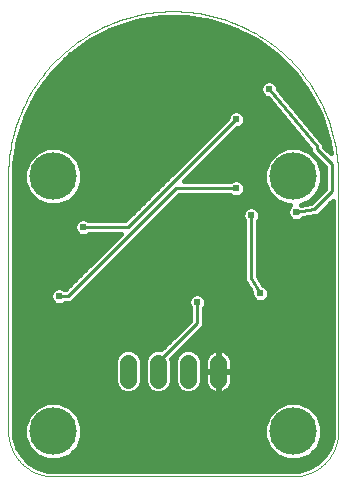
<source format=gbl>
G75*
%MOIN*%
%OFA0B0*%
%FSLAX25Y25*%
%IPPOS*%
%LPD*%
%AMOC8*
5,1,8,0,0,1.08239X$1,22.5*
%
%ADD10C,0.00000*%
%ADD11C,0.05543*%
%ADD12C,0.15811*%
%ADD13C,0.01600*%
%ADD14C,0.01000*%
%ADD15C,0.02400*%
D10*
X0006800Y0034006D02*
X0006800Y0119006D01*
X0006800Y0034006D02*
X0006804Y0033644D01*
X0006818Y0033281D01*
X0006839Y0032919D01*
X0006870Y0032558D01*
X0006909Y0032198D01*
X0006957Y0031839D01*
X0007014Y0031481D01*
X0007079Y0031124D01*
X0007153Y0030769D01*
X0007236Y0030416D01*
X0007327Y0030065D01*
X0007426Y0029717D01*
X0007534Y0029371D01*
X0007650Y0029027D01*
X0007775Y0028687D01*
X0007907Y0028350D01*
X0008048Y0028016D01*
X0008197Y0027685D01*
X0008354Y0027358D01*
X0008518Y0027035D01*
X0008690Y0026716D01*
X0008870Y0026402D01*
X0009058Y0026091D01*
X0009253Y0025786D01*
X0009455Y0025485D01*
X0009665Y0025189D01*
X0009881Y0024899D01*
X0010105Y0024613D01*
X0010335Y0024333D01*
X0010572Y0024059D01*
X0010816Y0023791D01*
X0011066Y0023528D01*
X0011322Y0023272D01*
X0011585Y0023022D01*
X0011853Y0022778D01*
X0012127Y0022541D01*
X0012407Y0022311D01*
X0012693Y0022087D01*
X0012983Y0021871D01*
X0013279Y0021661D01*
X0013580Y0021459D01*
X0013885Y0021264D01*
X0014196Y0021076D01*
X0014510Y0020896D01*
X0014829Y0020724D01*
X0015152Y0020560D01*
X0015479Y0020403D01*
X0015810Y0020254D01*
X0016144Y0020113D01*
X0016481Y0019981D01*
X0016821Y0019856D01*
X0017165Y0019740D01*
X0017511Y0019632D01*
X0017859Y0019533D01*
X0018210Y0019442D01*
X0018563Y0019359D01*
X0018918Y0019285D01*
X0019275Y0019220D01*
X0019633Y0019163D01*
X0019992Y0019115D01*
X0020352Y0019076D01*
X0020713Y0019045D01*
X0021075Y0019024D01*
X0021438Y0019010D01*
X0021800Y0019006D01*
X0101800Y0019006D01*
X0102162Y0019010D01*
X0102525Y0019024D01*
X0102887Y0019045D01*
X0103248Y0019076D01*
X0103608Y0019115D01*
X0103967Y0019163D01*
X0104325Y0019220D01*
X0104682Y0019285D01*
X0105037Y0019359D01*
X0105390Y0019442D01*
X0105741Y0019533D01*
X0106089Y0019632D01*
X0106435Y0019740D01*
X0106779Y0019856D01*
X0107119Y0019981D01*
X0107456Y0020113D01*
X0107790Y0020254D01*
X0108121Y0020403D01*
X0108448Y0020560D01*
X0108771Y0020724D01*
X0109090Y0020896D01*
X0109404Y0021076D01*
X0109715Y0021264D01*
X0110020Y0021459D01*
X0110321Y0021661D01*
X0110617Y0021871D01*
X0110907Y0022087D01*
X0111193Y0022311D01*
X0111473Y0022541D01*
X0111747Y0022778D01*
X0112015Y0023022D01*
X0112278Y0023272D01*
X0112534Y0023528D01*
X0112784Y0023791D01*
X0113028Y0024059D01*
X0113265Y0024333D01*
X0113495Y0024613D01*
X0113719Y0024899D01*
X0113935Y0025189D01*
X0114145Y0025485D01*
X0114347Y0025786D01*
X0114542Y0026091D01*
X0114730Y0026402D01*
X0114910Y0026716D01*
X0115082Y0027035D01*
X0115246Y0027358D01*
X0115403Y0027685D01*
X0115552Y0028016D01*
X0115693Y0028350D01*
X0115825Y0028687D01*
X0115950Y0029027D01*
X0116066Y0029371D01*
X0116174Y0029717D01*
X0116273Y0030065D01*
X0116364Y0030416D01*
X0116447Y0030769D01*
X0116521Y0031124D01*
X0116586Y0031481D01*
X0116643Y0031839D01*
X0116691Y0032198D01*
X0116730Y0032558D01*
X0116761Y0032919D01*
X0116782Y0033281D01*
X0116796Y0033644D01*
X0116800Y0034006D01*
X0116800Y0119006D01*
X0116784Y0120345D01*
X0116735Y0121684D01*
X0116653Y0123021D01*
X0116539Y0124355D01*
X0116393Y0125687D01*
X0116214Y0127014D01*
X0116003Y0128337D01*
X0115759Y0129654D01*
X0115484Y0130965D01*
X0115177Y0132268D01*
X0114838Y0133564D01*
X0114468Y0134851D01*
X0114067Y0136129D01*
X0113634Y0137397D01*
X0113171Y0138654D01*
X0112677Y0139899D01*
X0112153Y0141132D01*
X0111600Y0142351D01*
X0111016Y0143557D01*
X0110404Y0144748D01*
X0109763Y0145924D01*
X0109093Y0147084D01*
X0108395Y0148227D01*
X0107670Y0149353D01*
X0106917Y0150461D01*
X0106138Y0151551D01*
X0105332Y0152621D01*
X0104501Y0153671D01*
X0103644Y0154700D01*
X0102762Y0155709D01*
X0101857Y0156695D01*
X0100927Y0157659D01*
X0099974Y0158601D01*
X0098999Y0159519D01*
X0098001Y0160412D01*
X0096982Y0161282D01*
X0095942Y0162126D01*
X0094882Y0162944D01*
X0093802Y0163737D01*
X0092704Y0164503D01*
X0091586Y0165242D01*
X0090452Y0165954D01*
X0089300Y0166637D01*
X0088132Y0167293D01*
X0086948Y0167920D01*
X0085750Y0168518D01*
X0084537Y0169086D01*
X0083311Y0169625D01*
X0082072Y0170134D01*
X0080821Y0170612D01*
X0079558Y0171060D01*
X0078286Y0171477D01*
X0077003Y0171863D01*
X0075711Y0172218D01*
X0074411Y0172541D01*
X0073104Y0172832D01*
X0071790Y0173091D01*
X0070470Y0173318D01*
X0069145Y0173513D01*
X0067815Y0173676D01*
X0066482Y0173806D01*
X0065147Y0173904D01*
X0063809Y0173969D01*
X0062470Y0174002D01*
X0061130Y0174002D01*
X0059791Y0173969D01*
X0058453Y0173904D01*
X0057118Y0173806D01*
X0055785Y0173676D01*
X0054455Y0173513D01*
X0053130Y0173318D01*
X0051810Y0173091D01*
X0050496Y0172832D01*
X0049189Y0172541D01*
X0047889Y0172218D01*
X0046597Y0171863D01*
X0045314Y0171477D01*
X0044042Y0171060D01*
X0042779Y0170612D01*
X0041528Y0170134D01*
X0040289Y0169625D01*
X0039063Y0169086D01*
X0037850Y0168518D01*
X0036652Y0167920D01*
X0035468Y0167293D01*
X0034300Y0166637D01*
X0033148Y0165954D01*
X0032014Y0165242D01*
X0030896Y0164503D01*
X0029798Y0163737D01*
X0028718Y0162944D01*
X0027658Y0162126D01*
X0026618Y0161282D01*
X0025599Y0160412D01*
X0024601Y0159519D01*
X0023626Y0158601D01*
X0022673Y0157659D01*
X0021743Y0156695D01*
X0020838Y0155709D01*
X0019956Y0154700D01*
X0019099Y0153671D01*
X0018268Y0152621D01*
X0017462Y0151551D01*
X0016683Y0150461D01*
X0015930Y0149353D01*
X0015205Y0148227D01*
X0014507Y0147084D01*
X0013837Y0145924D01*
X0013196Y0144748D01*
X0012584Y0143557D01*
X0012000Y0142351D01*
X0011447Y0141132D01*
X0010923Y0139899D01*
X0010429Y0138654D01*
X0009966Y0137397D01*
X0009533Y0136129D01*
X0009132Y0134851D01*
X0008762Y0133564D01*
X0008423Y0132268D01*
X0008116Y0130965D01*
X0007841Y0129654D01*
X0007597Y0128337D01*
X0007386Y0127014D01*
X0007207Y0125687D01*
X0007061Y0124355D01*
X0006947Y0123021D01*
X0006865Y0121684D01*
X0006816Y0120345D01*
X0006800Y0119006D01*
D11*
X0046800Y0056778D02*
X0046800Y0051234D01*
X0056800Y0051234D02*
X0056800Y0056778D01*
X0066800Y0056778D02*
X0066800Y0051234D01*
X0076800Y0051234D02*
X0076800Y0056778D01*
D12*
X0101800Y0034006D03*
X0101800Y0119006D03*
X0021800Y0119006D03*
X0021800Y0034006D03*
D13*
X0013764Y0023534D02*
X0011328Y0025970D01*
X0009605Y0028954D01*
X0008713Y0032283D01*
X0008600Y0034006D01*
X0008600Y0119006D01*
X0008764Y0123180D01*
X0010070Y0131425D01*
X0012650Y0139365D01*
X0016440Y0146803D01*
X0021346Y0153557D01*
X0027249Y0159459D01*
X0034003Y0164366D01*
X0041441Y0168156D01*
X0049381Y0170736D01*
X0057626Y0172042D01*
X0065974Y0172042D01*
X0074219Y0170736D01*
X0082159Y0168156D01*
X0089597Y0164366D01*
X0096351Y0159459D01*
X0102254Y0153557D01*
X0107160Y0146803D01*
X0107160Y0146803D01*
X0110950Y0139365D01*
X0113530Y0131425D01*
X0114263Y0126795D01*
X0112104Y0128955D01*
X0112173Y0129759D01*
X0112100Y0129845D01*
X0112100Y0129959D01*
X0111496Y0130563D01*
X0096800Y0148014D01*
X0096800Y0148603D01*
X0096343Y0149705D01*
X0095499Y0150549D01*
X0094397Y0151006D01*
X0093203Y0151006D01*
X0092101Y0150549D01*
X0091257Y0149705D01*
X0090800Y0148603D01*
X0090800Y0147409D01*
X0091257Y0146307D01*
X0092101Y0145463D01*
X0093203Y0145006D01*
X0093319Y0145006D01*
X0107500Y0128166D01*
X0107500Y0127053D01*
X0108847Y0125706D01*
X0112500Y0122053D01*
X0112500Y0114959D01*
X0107695Y0110153D01*
X0104507Y0109622D01*
X0107298Y0110778D01*
X0110028Y0113508D01*
X0111505Y0117075D01*
X0111505Y0120936D01*
X0110028Y0124504D01*
X0107298Y0127234D01*
X0103731Y0128711D01*
X0099869Y0128711D01*
X0096302Y0127234D01*
X0093572Y0124504D01*
X0092094Y0120936D01*
X0092094Y0117075D01*
X0093572Y0113508D01*
X0096302Y0110778D01*
X0099869Y0109300D01*
X0100852Y0109300D01*
X0100257Y0108705D01*
X0099800Y0107603D01*
X0099800Y0106409D01*
X0100257Y0105307D01*
X0101101Y0104463D01*
X0102203Y0104006D01*
X0103397Y0104006D01*
X0104499Y0104463D01*
X0105093Y0105056D01*
X0108990Y0105706D01*
X0109753Y0105706D01*
X0109905Y0105858D01*
X0110118Y0105894D01*
X0110561Y0106514D01*
X0115000Y0110953D01*
X0115000Y0034006D01*
X0114887Y0032283D01*
X0113995Y0028954D01*
X0112272Y0025970D01*
X0109836Y0023534D01*
X0106851Y0021811D01*
X0103523Y0020919D01*
X0101800Y0020806D01*
X0021800Y0020806D01*
X0020077Y0020919D01*
X0016749Y0021811D01*
X0013764Y0023534D01*
X0013497Y0023801D02*
X0110103Y0023801D01*
X0111702Y0025400D02*
X0106385Y0025400D01*
X0107298Y0025778D02*
X0110028Y0028508D01*
X0111505Y0032075D01*
X0111505Y0035936D01*
X0110028Y0039504D01*
X0107298Y0042234D01*
X0103731Y0043711D01*
X0099869Y0043711D01*
X0096302Y0042234D01*
X0093572Y0039504D01*
X0092094Y0035936D01*
X0092094Y0032075D01*
X0093572Y0028508D01*
X0096302Y0025778D01*
X0099869Y0024300D01*
X0103731Y0024300D01*
X0107298Y0025778D01*
X0108518Y0026998D02*
X0112866Y0026998D01*
X0113789Y0028597D02*
X0110065Y0028597D01*
X0110727Y0030195D02*
X0114328Y0030195D01*
X0114756Y0031794D02*
X0111389Y0031794D01*
X0111505Y0033393D02*
X0114960Y0033393D01*
X0115000Y0034991D02*
X0111505Y0034991D01*
X0111235Y0036590D02*
X0115000Y0036590D01*
X0115000Y0038188D02*
X0110573Y0038188D01*
X0109745Y0039787D02*
X0115000Y0039787D01*
X0115000Y0041385D02*
X0108146Y0041385D01*
X0105488Y0042984D02*
X0115000Y0042984D01*
X0115000Y0044582D02*
X0008600Y0044582D01*
X0008600Y0042984D02*
X0018112Y0042984D01*
X0019869Y0043711D02*
X0016302Y0042234D01*
X0013572Y0039504D01*
X0012094Y0035936D01*
X0012094Y0032075D01*
X0013572Y0028508D01*
X0016302Y0025778D01*
X0019869Y0024300D01*
X0023731Y0024300D01*
X0027298Y0025778D01*
X0030028Y0028508D01*
X0031505Y0032075D01*
X0031505Y0035936D01*
X0030028Y0039504D01*
X0027298Y0042234D01*
X0023731Y0043711D01*
X0019869Y0043711D01*
X0015453Y0041385D02*
X0008600Y0041385D01*
X0008600Y0039787D02*
X0013855Y0039787D01*
X0013027Y0038188D02*
X0008600Y0038188D01*
X0008600Y0036590D02*
X0012365Y0036590D01*
X0012094Y0034991D02*
X0008600Y0034991D01*
X0008640Y0033393D02*
X0012094Y0033393D01*
X0012211Y0031794D02*
X0008844Y0031794D01*
X0009272Y0030195D02*
X0012873Y0030195D01*
X0013535Y0028597D02*
X0009811Y0028597D01*
X0010734Y0026998D02*
X0015082Y0026998D01*
X0017215Y0025400D02*
X0011898Y0025400D01*
X0016069Y0022203D02*
X0107531Y0022203D01*
X0097215Y0025400D02*
X0026385Y0025400D01*
X0028518Y0026998D02*
X0095082Y0026998D01*
X0093535Y0028597D02*
X0030065Y0028597D01*
X0030727Y0030195D02*
X0092873Y0030195D01*
X0092211Y0031794D02*
X0031389Y0031794D01*
X0031505Y0033393D02*
X0092094Y0033393D01*
X0092094Y0034991D02*
X0031505Y0034991D01*
X0031235Y0036590D02*
X0092365Y0036590D01*
X0093027Y0038188D02*
X0030573Y0038188D01*
X0029745Y0039787D02*
X0093855Y0039787D01*
X0095453Y0041385D02*
X0028146Y0041385D01*
X0025488Y0042984D02*
X0098112Y0042984D01*
X0115000Y0046181D02*
X0008600Y0046181D01*
X0008600Y0047779D02*
X0043790Y0047779D01*
X0044210Y0047359D02*
X0045891Y0046663D01*
X0047709Y0046663D01*
X0049390Y0047359D01*
X0050676Y0048645D01*
X0051372Y0050325D01*
X0051372Y0057687D01*
X0050676Y0059367D01*
X0049390Y0060653D01*
X0047709Y0061349D01*
X0045891Y0061349D01*
X0044210Y0060653D01*
X0042924Y0059367D01*
X0042228Y0057687D01*
X0042228Y0050325D01*
X0042924Y0048645D01*
X0044210Y0047359D01*
X0042621Y0049378D02*
X0008600Y0049378D01*
X0008600Y0050976D02*
X0042228Y0050976D01*
X0042228Y0052575D02*
X0008600Y0052575D01*
X0008600Y0054173D02*
X0042228Y0054173D01*
X0042228Y0055772D02*
X0008600Y0055772D01*
X0008600Y0057370D02*
X0042228Y0057370D01*
X0042759Y0058969D02*
X0008600Y0058969D01*
X0008600Y0060567D02*
X0044124Y0060567D01*
X0049476Y0060567D02*
X0054124Y0060567D01*
X0054210Y0060653D02*
X0052924Y0059367D01*
X0052228Y0057687D01*
X0052228Y0050325D01*
X0052924Y0048645D01*
X0054210Y0047359D01*
X0055891Y0046663D01*
X0057709Y0046663D01*
X0059390Y0047359D01*
X0060676Y0048645D01*
X0061372Y0050325D01*
X0061372Y0057687D01*
X0061185Y0058138D01*
X0072100Y0069053D01*
X0072100Y0075063D01*
X0072343Y0075307D01*
X0072800Y0076409D01*
X0072800Y0077603D01*
X0072343Y0078705D01*
X0071499Y0079549D01*
X0070397Y0080006D01*
X0069203Y0080006D01*
X0068101Y0079549D01*
X0067257Y0078705D01*
X0066800Y0077603D01*
X0066800Y0076409D01*
X0067257Y0075307D01*
X0067500Y0075063D01*
X0067500Y0070959D01*
X0057838Y0061296D01*
X0057709Y0061349D01*
X0055891Y0061349D01*
X0054210Y0060653D01*
X0052759Y0058969D02*
X0050841Y0058969D01*
X0051372Y0057370D02*
X0052228Y0057370D01*
X0052228Y0055772D02*
X0051372Y0055772D01*
X0051372Y0054173D02*
X0052228Y0054173D01*
X0052228Y0052575D02*
X0051372Y0052575D01*
X0051372Y0050976D02*
X0052228Y0050976D01*
X0052621Y0049378D02*
X0050979Y0049378D01*
X0049810Y0047779D02*
X0053790Y0047779D01*
X0059810Y0047779D02*
X0063790Y0047779D01*
X0064210Y0047359D02*
X0065891Y0046663D01*
X0067709Y0046663D01*
X0069390Y0047359D01*
X0070676Y0048645D01*
X0071372Y0050325D01*
X0071372Y0057687D01*
X0070676Y0059367D01*
X0069390Y0060653D01*
X0067709Y0061349D01*
X0065891Y0061349D01*
X0064210Y0060653D01*
X0062924Y0059367D01*
X0062228Y0057687D01*
X0062228Y0050325D01*
X0062924Y0048645D01*
X0064210Y0047359D01*
X0062621Y0049378D02*
X0060979Y0049378D01*
X0061372Y0050976D02*
X0062228Y0050976D01*
X0062228Y0052575D02*
X0061372Y0052575D01*
X0061372Y0054173D02*
X0062228Y0054173D01*
X0062228Y0055772D02*
X0061372Y0055772D01*
X0061372Y0057370D02*
X0062228Y0057370D01*
X0062015Y0058969D02*
X0062759Y0058969D01*
X0063614Y0060567D02*
X0064124Y0060567D01*
X0065212Y0062166D02*
X0115000Y0062166D01*
X0115000Y0063764D02*
X0066811Y0063764D01*
X0068409Y0065363D02*
X0115000Y0065363D01*
X0115000Y0066961D02*
X0070008Y0066961D01*
X0071607Y0068560D02*
X0115000Y0068560D01*
X0115000Y0070158D02*
X0072100Y0070158D01*
X0072100Y0071757D02*
X0115000Y0071757D01*
X0115000Y0073355D02*
X0072100Y0073355D01*
X0072100Y0074954D02*
X0115000Y0074954D01*
X0115000Y0076552D02*
X0072800Y0076552D01*
X0072573Y0078151D02*
X0088412Y0078151D01*
X0088257Y0078307D02*
X0089101Y0077463D01*
X0090203Y0077006D01*
X0091397Y0077006D01*
X0092499Y0077463D01*
X0093343Y0078307D01*
X0093800Y0079409D01*
X0093800Y0080603D01*
X0093343Y0081705D01*
X0092499Y0082549D01*
X0091777Y0082849D01*
X0090100Y0085643D01*
X0090100Y0104063D01*
X0090343Y0104307D01*
X0090800Y0105409D01*
X0090800Y0106603D01*
X0090343Y0107705D01*
X0089499Y0108549D01*
X0088397Y0109006D01*
X0087203Y0109006D01*
X0086101Y0108549D01*
X0085257Y0107705D01*
X0084800Y0106603D01*
X0084800Y0105409D01*
X0085257Y0104307D01*
X0085500Y0104063D01*
X0085500Y0085289D01*
X0085338Y0084639D01*
X0085500Y0084369D01*
X0085500Y0084053D01*
X0085973Y0083580D01*
X0087800Y0080535D01*
X0087800Y0079409D01*
X0088257Y0078307D01*
X0087800Y0079749D02*
X0071016Y0079749D01*
X0068584Y0079749D02*
X0030796Y0079749D01*
X0029198Y0078151D02*
X0067027Y0078151D01*
X0066800Y0076552D02*
X0025589Y0076552D01*
X0025499Y0076463D02*
X0025743Y0076706D01*
X0027753Y0076706D01*
X0029100Y0078053D01*
X0063753Y0112706D01*
X0080857Y0112706D01*
X0081101Y0112463D01*
X0082203Y0112006D01*
X0083397Y0112006D01*
X0084499Y0112463D01*
X0085343Y0113307D01*
X0085800Y0114409D01*
X0085800Y0115603D01*
X0085343Y0116705D01*
X0084499Y0117549D01*
X0083397Y0118006D01*
X0082203Y0118006D01*
X0081101Y0117549D01*
X0080857Y0117306D01*
X0065353Y0117306D01*
X0083053Y0135006D01*
X0083397Y0135006D01*
X0084499Y0135463D01*
X0085343Y0136307D01*
X0085800Y0137409D01*
X0085800Y0138603D01*
X0085343Y0139705D01*
X0084499Y0140549D01*
X0083397Y0141006D01*
X0082203Y0141006D01*
X0081101Y0140549D01*
X0080257Y0139705D01*
X0079800Y0138603D01*
X0079800Y0138259D01*
X0045847Y0104306D01*
X0033743Y0104306D01*
X0033499Y0104549D01*
X0032397Y0105006D01*
X0031203Y0105006D01*
X0030101Y0104549D01*
X0029257Y0103705D01*
X0028800Y0102603D01*
X0028800Y0101409D01*
X0029257Y0100307D01*
X0030101Y0099463D01*
X0031203Y0099006D01*
X0032397Y0099006D01*
X0033499Y0099463D01*
X0033743Y0099706D01*
X0044247Y0099706D01*
X0025847Y0081306D01*
X0025743Y0081306D01*
X0025499Y0081549D01*
X0024397Y0082006D01*
X0023203Y0082006D01*
X0022101Y0081549D01*
X0021257Y0080705D01*
X0020800Y0079603D01*
X0020800Y0078409D01*
X0021257Y0077307D01*
X0022101Y0076463D01*
X0023203Y0076006D01*
X0024397Y0076006D01*
X0025499Y0076463D01*
X0025701Y0081348D02*
X0025889Y0081348D01*
X0027488Y0082946D02*
X0008600Y0082946D01*
X0008600Y0081348D02*
X0021899Y0081348D01*
X0020861Y0079749D02*
X0008600Y0079749D01*
X0008600Y0078151D02*
X0020907Y0078151D01*
X0022011Y0076552D02*
X0008600Y0076552D01*
X0008600Y0074954D02*
X0067500Y0074954D01*
X0067500Y0073355D02*
X0008600Y0073355D01*
X0008600Y0071757D02*
X0067500Y0071757D01*
X0066700Y0070158D02*
X0008600Y0070158D01*
X0008600Y0068560D02*
X0065101Y0068560D01*
X0063503Y0066961D02*
X0008600Y0066961D01*
X0008600Y0065363D02*
X0061904Y0065363D01*
X0060306Y0063764D02*
X0008600Y0063764D01*
X0008600Y0062166D02*
X0058707Y0062166D01*
X0069476Y0060567D02*
X0074238Y0060567D01*
X0074404Y0060688D02*
X0073822Y0060265D01*
X0073313Y0059756D01*
X0072890Y0059174D01*
X0072563Y0058532D01*
X0072341Y0057848D01*
X0072228Y0057137D01*
X0072228Y0054092D01*
X0076714Y0054092D01*
X0076714Y0061349D01*
X0076440Y0061349D01*
X0075729Y0061237D01*
X0075045Y0061014D01*
X0074404Y0060688D01*
X0076714Y0060567D02*
X0076886Y0060567D01*
X0076886Y0061349D02*
X0076886Y0054092D01*
X0076714Y0054092D01*
X0076714Y0053920D01*
X0072228Y0053920D01*
X0072228Y0050874D01*
X0072341Y0050164D01*
X0072563Y0049479D01*
X0072890Y0048838D01*
X0073313Y0048256D01*
X0073822Y0047747D01*
X0074404Y0047324D01*
X0075045Y0046998D01*
X0075729Y0046775D01*
X0076440Y0046663D01*
X0076714Y0046663D01*
X0076714Y0053920D01*
X0076886Y0053920D01*
X0076886Y0054092D01*
X0081372Y0054092D01*
X0081372Y0057137D01*
X0081259Y0057848D01*
X0081037Y0058532D01*
X0080710Y0059174D01*
X0080287Y0059756D01*
X0079778Y0060265D01*
X0079196Y0060688D01*
X0078555Y0061014D01*
X0077871Y0061237D01*
X0077160Y0061349D01*
X0076886Y0061349D01*
X0076886Y0058969D02*
X0076714Y0058969D01*
X0076714Y0057370D02*
X0076886Y0057370D01*
X0076886Y0055772D02*
X0076714Y0055772D01*
X0076714Y0054173D02*
X0076886Y0054173D01*
X0076886Y0053920D02*
X0081372Y0053920D01*
X0081372Y0050874D01*
X0081259Y0050164D01*
X0081037Y0049479D01*
X0080710Y0048838D01*
X0080287Y0048256D01*
X0079778Y0047747D01*
X0079196Y0047324D01*
X0078555Y0046998D01*
X0077871Y0046775D01*
X0077160Y0046663D01*
X0076886Y0046663D01*
X0076886Y0053920D01*
X0076886Y0052575D02*
X0076714Y0052575D01*
X0076714Y0050976D02*
X0076886Y0050976D01*
X0076886Y0049378D02*
X0076714Y0049378D01*
X0076714Y0047779D02*
X0076886Y0047779D01*
X0079810Y0047779D02*
X0115000Y0047779D01*
X0115000Y0049378D02*
X0080985Y0049378D01*
X0081372Y0050976D02*
X0115000Y0050976D01*
X0115000Y0052575D02*
X0081372Y0052575D01*
X0081372Y0054173D02*
X0115000Y0054173D01*
X0115000Y0055772D02*
X0081372Y0055772D01*
X0081335Y0057370D02*
X0115000Y0057370D01*
X0115000Y0058969D02*
X0080814Y0058969D01*
X0079362Y0060567D02*
X0115000Y0060567D01*
X0115000Y0078151D02*
X0093188Y0078151D01*
X0093800Y0079749D02*
X0115000Y0079749D01*
X0115000Y0081348D02*
X0093491Y0081348D01*
X0091718Y0082946D02*
X0115000Y0082946D01*
X0115000Y0084545D02*
X0090759Y0084545D01*
X0090100Y0086143D02*
X0115000Y0086143D01*
X0115000Y0087742D02*
X0090100Y0087742D01*
X0090100Y0089340D02*
X0115000Y0089340D01*
X0115000Y0090939D02*
X0090100Y0090939D01*
X0090100Y0092537D02*
X0115000Y0092537D01*
X0115000Y0094136D02*
X0090100Y0094136D01*
X0090100Y0095734D02*
X0115000Y0095734D01*
X0115000Y0097333D02*
X0090100Y0097333D01*
X0090100Y0098931D02*
X0115000Y0098931D01*
X0115000Y0100530D02*
X0090100Y0100530D01*
X0090100Y0102128D02*
X0115000Y0102128D01*
X0115000Y0103727D02*
X0090100Y0103727D01*
X0090765Y0105326D02*
X0100249Y0105326D01*
X0099800Y0106924D02*
X0090667Y0106924D01*
X0089526Y0108523D02*
X0100181Y0108523D01*
X0097888Y0110121D02*
X0061168Y0110121D01*
X0062766Y0111720D02*
X0095361Y0111720D01*
X0093762Y0113318D02*
X0085348Y0113318D01*
X0085800Y0114917D02*
X0092989Y0114917D01*
X0092327Y0116515D02*
X0085422Y0116515D01*
X0086074Y0108523D02*
X0059569Y0108523D01*
X0057971Y0106924D02*
X0084933Y0106924D01*
X0084835Y0105326D02*
X0056372Y0105326D01*
X0054774Y0103727D02*
X0085500Y0103727D01*
X0085500Y0102128D02*
X0053175Y0102128D01*
X0051577Y0100530D02*
X0085500Y0100530D01*
X0085500Y0098931D02*
X0049978Y0098931D01*
X0048380Y0097333D02*
X0085500Y0097333D01*
X0085500Y0095734D02*
X0046781Y0095734D01*
X0045183Y0094136D02*
X0085500Y0094136D01*
X0085500Y0092537D02*
X0043584Y0092537D01*
X0041986Y0090939D02*
X0085500Y0090939D01*
X0085500Y0089340D02*
X0040387Y0089340D01*
X0038789Y0087742D02*
X0085500Y0087742D01*
X0085500Y0086143D02*
X0037190Y0086143D01*
X0035592Y0084545D02*
X0085394Y0084545D01*
X0086353Y0082946D02*
X0033993Y0082946D01*
X0032395Y0081348D02*
X0087313Y0081348D01*
X0072786Y0058969D02*
X0070841Y0058969D01*
X0071372Y0057370D02*
X0072265Y0057370D01*
X0072228Y0055772D02*
X0071372Y0055772D01*
X0071372Y0054173D02*
X0072228Y0054173D01*
X0072228Y0052575D02*
X0071372Y0052575D01*
X0071372Y0050976D02*
X0072228Y0050976D01*
X0072615Y0049378D02*
X0070979Y0049378D01*
X0069810Y0047779D02*
X0073790Y0047779D01*
X0041874Y0097333D02*
X0008600Y0097333D01*
X0008600Y0098931D02*
X0043473Y0098931D01*
X0040276Y0095734D02*
X0008600Y0095734D01*
X0008600Y0094136D02*
X0038677Y0094136D01*
X0037079Y0092537D02*
X0008600Y0092537D01*
X0008600Y0090939D02*
X0035480Y0090939D01*
X0033882Y0089340D02*
X0008600Y0089340D01*
X0008600Y0087742D02*
X0032283Y0087742D01*
X0030685Y0086143D02*
X0008600Y0086143D01*
X0008600Y0084545D02*
X0029086Y0084545D01*
X0029164Y0100530D02*
X0008600Y0100530D01*
X0008600Y0102128D02*
X0028800Y0102128D01*
X0029278Y0103727D02*
X0008600Y0103727D01*
X0008600Y0105326D02*
X0046867Y0105326D01*
X0048465Y0106924D02*
X0008600Y0106924D01*
X0008600Y0108523D02*
X0050064Y0108523D01*
X0051662Y0110121D02*
X0025712Y0110121D01*
X0027298Y0110778D02*
X0023731Y0109300D01*
X0019869Y0109300D01*
X0016302Y0110778D01*
X0013572Y0113508D01*
X0012094Y0117075D01*
X0012094Y0120936D01*
X0013572Y0124504D01*
X0016302Y0127234D01*
X0019869Y0128711D01*
X0023731Y0128711D01*
X0027298Y0127234D01*
X0030028Y0124504D01*
X0031505Y0120936D01*
X0031505Y0117075D01*
X0030028Y0113508D01*
X0027298Y0110778D01*
X0028239Y0111720D02*
X0053261Y0111720D01*
X0054859Y0113318D02*
X0029838Y0113318D01*
X0030611Y0114917D02*
X0056458Y0114917D01*
X0058057Y0116515D02*
X0031273Y0116515D01*
X0031505Y0118114D02*
X0059655Y0118114D01*
X0061254Y0119712D02*
X0031505Y0119712D01*
X0031351Y0121311D02*
X0062852Y0121311D01*
X0064451Y0122909D02*
X0030688Y0122909D01*
X0030024Y0124508D02*
X0066049Y0124508D01*
X0067648Y0126106D02*
X0028425Y0126106D01*
X0026161Y0127705D02*
X0069246Y0127705D01*
X0070845Y0129303D02*
X0009734Y0129303D01*
X0009481Y0127705D02*
X0017439Y0127705D01*
X0015175Y0126106D02*
X0009227Y0126106D01*
X0008974Y0124508D02*
X0013576Y0124508D01*
X0012912Y0122909D02*
X0008753Y0122909D01*
X0008691Y0121311D02*
X0012249Y0121311D01*
X0012094Y0119712D02*
X0008628Y0119712D01*
X0008600Y0118114D02*
X0012094Y0118114D01*
X0012327Y0116515D02*
X0008600Y0116515D01*
X0008600Y0114917D02*
X0012989Y0114917D01*
X0013762Y0113318D02*
X0008600Y0113318D01*
X0008600Y0111720D02*
X0015361Y0111720D01*
X0017888Y0110121D02*
X0008600Y0110121D01*
X0009987Y0130902D02*
X0072443Y0130902D01*
X0074042Y0132500D02*
X0010419Y0132500D01*
X0010939Y0134099D02*
X0075640Y0134099D01*
X0077239Y0135697D02*
X0011458Y0135697D01*
X0011977Y0137296D02*
X0078837Y0137296D01*
X0079921Y0138894D02*
X0012497Y0138894D01*
X0013224Y0140493D02*
X0081044Y0140493D01*
X0084556Y0140493D02*
X0097120Y0140493D01*
X0095774Y0142091D02*
X0014039Y0142091D01*
X0014853Y0143690D02*
X0094428Y0143690D01*
X0092521Y0145288D02*
X0015668Y0145288D01*
X0016501Y0146887D02*
X0091016Y0146887D01*
X0090800Y0148485D02*
X0017662Y0148485D01*
X0018823Y0150084D02*
X0091635Y0150084D01*
X0095965Y0150084D02*
X0104777Y0150084D01*
X0105938Y0148485D02*
X0096800Y0148485D01*
X0097749Y0146887D02*
X0107099Y0146887D01*
X0107932Y0145288D02*
X0099095Y0145288D01*
X0100441Y0143690D02*
X0108747Y0143690D01*
X0109561Y0142091D02*
X0101788Y0142091D01*
X0103134Y0140493D02*
X0110376Y0140493D01*
X0111103Y0138894D02*
X0104480Y0138894D01*
X0105826Y0137296D02*
X0111623Y0137296D01*
X0112142Y0135697D02*
X0107172Y0135697D01*
X0108518Y0134099D02*
X0112661Y0134099D01*
X0113181Y0132500D02*
X0109864Y0132500D01*
X0111210Y0130902D02*
X0113613Y0130902D01*
X0113866Y0129303D02*
X0112134Y0129303D01*
X0113354Y0127705D02*
X0114119Y0127705D01*
X0111644Y0122909D02*
X0110688Y0122909D01*
X0110046Y0124508D02*
X0110024Y0124508D01*
X0108447Y0126106D02*
X0108425Y0126106D01*
X0107500Y0127705D02*
X0106161Y0127705D01*
X0106543Y0129303D02*
X0077350Y0129303D01*
X0075751Y0127705D02*
X0097439Y0127705D01*
X0095175Y0126106D02*
X0074153Y0126106D01*
X0072554Y0124508D02*
X0093576Y0124508D01*
X0092912Y0122909D02*
X0070956Y0122909D01*
X0069357Y0121311D02*
X0092249Y0121311D01*
X0092094Y0119712D02*
X0067759Y0119712D01*
X0066160Y0118114D02*
X0092094Y0118114D01*
X0082145Y0134099D02*
X0102504Y0134099D01*
X0101158Y0135697D02*
X0084734Y0135697D01*
X0085753Y0137296D02*
X0099812Y0137296D01*
X0098466Y0138894D02*
X0085679Y0138894D01*
X0080547Y0132500D02*
X0103851Y0132500D01*
X0105197Y0130902D02*
X0078948Y0130902D01*
X0096054Y0159675D02*
X0027546Y0159675D01*
X0025866Y0158076D02*
X0097734Y0158076D01*
X0099332Y0156478D02*
X0024268Y0156478D01*
X0022669Y0154879D02*
X0100931Y0154879D01*
X0102254Y0153557D02*
X0102254Y0153557D01*
X0102454Y0153281D02*
X0021146Y0153281D01*
X0019985Y0151682D02*
X0103615Y0151682D01*
X0093854Y0161273D02*
X0029746Y0161273D01*
X0031946Y0162872D02*
X0091654Y0162872D01*
X0089393Y0164470D02*
X0034207Y0164470D01*
X0037345Y0166069D02*
X0086255Y0166069D01*
X0083118Y0167667D02*
X0040482Y0167667D01*
X0044856Y0169266D02*
X0078744Y0169266D01*
X0073408Y0170864D02*
X0050192Y0170864D01*
X0105712Y0110121D02*
X0107501Y0110121D01*
X0108239Y0111720D02*
X0109261Y0111720D01*
X0109838Y0113318D02*
X0110859Y0113318D01*
X0110611Y0114917D02*
X0112458Y0114917D01*
X0112500Y0116515D02*
X0111273Y0116515D01*
X0111505Y0118114D02*
X0112500Y0118114D01*
X0112500Y0119712D02*
X0111505Y0119712D01*
X0111351Y0121311D02*
X0112500Y0121311D01*
X0114168Y0110121D02*
X0115000Y0110121D01*
X0115000Y0108523D02*
X0112569Y0108523D01*
X0110971Y0106924D02*
X0115000Y0106924D01*
X0115000Y0105326D02*
X0106708Y0105326D01*
D14*
X0108800Y0108006D02*
X0114800Y0114006D01*
X0114800Y0123006D01*
X0109800Y0128006D01*
X0109800Y0129006D01*
X0093800Y0148006D01*
X0082800Y0138006D02*
X0046800Y0102006D01*
X0031800Y0102006D01*
X0026800Y0079006D02*
X0023800Y0079006D01*
X0026800Y0079006D02*
X0062800Y0115006D01*
X0082800Y0115006D01*
X0087800Y0106006D02*
X0087800Y0085006D01*
X0090800Y0080006D01*
X0102800Y0107006D02*
X0108800Y0108006D01*
X0069800Y0077006D02*
X0069800Y0070006D01*
X0056800Y0057006D01*
X0056800Y0054006D01*
D15*
X0069800Y0077006D03*
X0087800Y0106006D03*
X0082800Y0115006D03*
X0082800Y0138006D03*
X0093800Y0148006D03*
X0102800Y0107006D03*
X0090800Y0080006D03*
X0031800Y0102006D03*
X0023800Y0079006D03*
M02*

</source>
